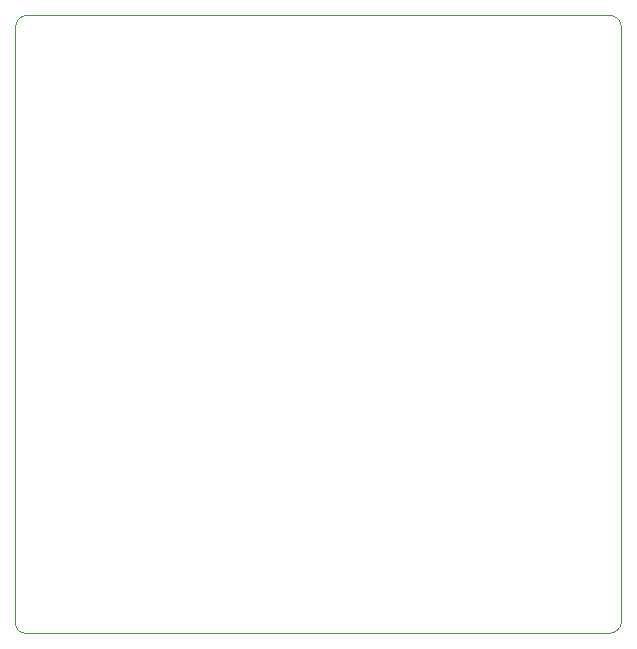
<source format=gbr>
%TF.GenerationSoftware,KiCad,Pcbnew,(5.1.9-16-g1737927814)-1*%
%TF.CreationDate,2021-05-16T11:48:57-05:00*%
%TF.ProjectId,40_pin_breakout,34305f70-696e-45f6-9272-65616b6f7574,rev?*%
%TF.SameCoordinates,Original*%
%TF.FileFunction,Profile,NP*%
%FSLAX46Y46*%
G04 Gerber Fmt 4.6, Leading zero omitted, Abs format (unit mm)*
G04 Created by KiCad (PCBNEW (5.1.9-16-g1737927814)-1) date 2021-05-16 11:48:57*
%MOMM*%
%LPD*%
G01*
G04 APERTURE LIST*
%TA.AperFunction,Profile*%
%ADD10C,0.050000*%
%TD*%
G04 APERTURE END LIST*
D10*
X55880000Y-43942000D02*
G75*
G02*
X56896000Y-42926000I1016000J0D01*
G01*
X106172000Y-42926000D02*
G75*
G02*
X107188000Y-43942000I0J-1016000D01*
G01*
X107188000Y-94234000D02*
G75*
G02*
X106172000Y-95250000I-1016000J0D01*
G01*
X56642000Y-95250000D02*
G75*
G02*
X55880000Y-94488000I0J762000D01*
G01*
X106172000Y-95250000D02*
X56642000Y-95250000D01*
X107188000Y-43942000D02*
X107188000Y-94234000D01*
X56896000Y-42926000D02*
X106172000Y-42926000D01*
X55880000Y-94488000D02*
X55880000Y-43942000D01*
M02*

</source>
